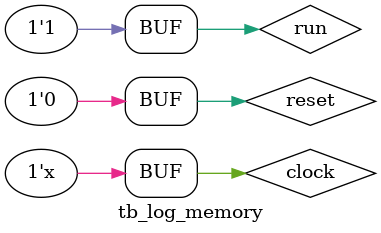
<source format=v>
`timescale 1ns/100ps;


module tb_log_memory;

localparam NB_DATA = 16;
localparam DEPTH   = 32;
localparam NB_ADDR = $clog2(DEPTH);

reg clock,reset,run;

reg  [NB_DATA-1 : 0] input_data;
wire [NB_DATA-1 : 0] output_data;

reg  [NB_ADDR-1 : 0] read_addr;

wire 				 tb_mem_full;


initial
begin
	clock = 0;
	reset = 1;
	run   = 0;
	read_addr  = 0;
	# 6
		reset = 0;
	# 6
		run = 1;
		input_data = 0;
end

always #1 clock = ~clock;

always @ (posedge clock)
begin
	input_data <= input_data+1;	
end
always @ (posedge clock)
begin
	if(tb_mem_full)
		read_addr <= read_addr + 1;	
end
log_memory
#(
	.NB_DATA(NB_DATA),
	.DEPTH(DEPTH),
	.NB_ADDR(NB_ADDR)
 )
	u_log_memory
	(
		.i_clock 		(clock),
		.i_reset 		(reset),
		.i_run 			(run),
		.i_read_addr	(read_addr),
		.i_data 		(input_data),

		.o_full 		(tb_mem_full),
		.o_data 		(output_data)
	);

endmodule
</source>
